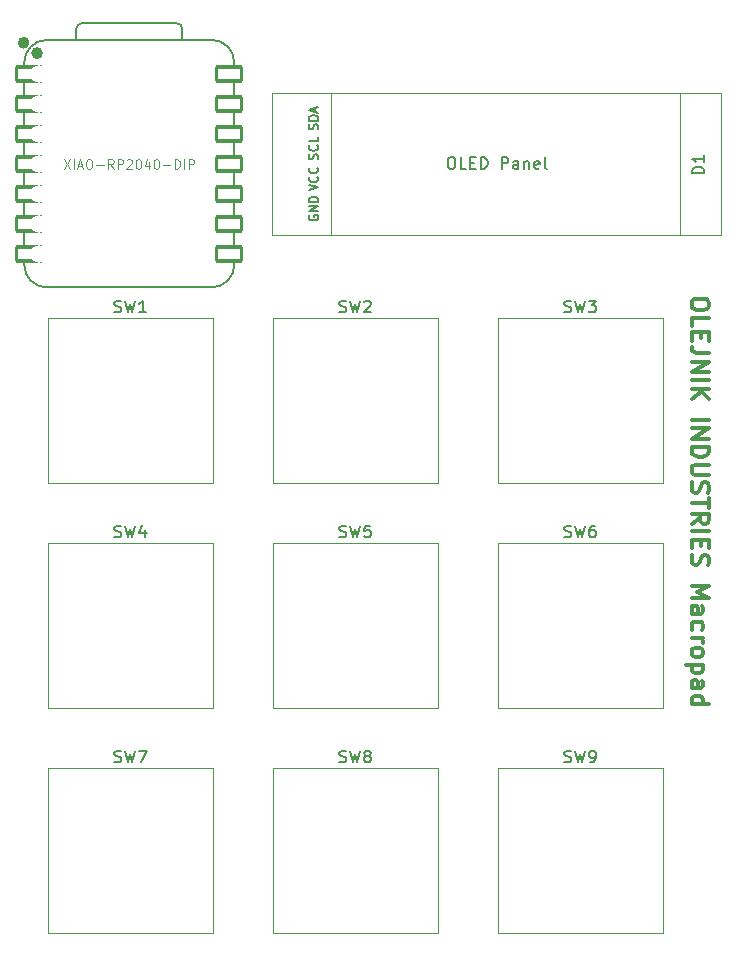
<source format=gto>
%TF.GenerationSoftware,KiCad,Pcbnew,9.0.6*%
%TF.CreationDate,2025-12-23T13:35:11+01:00*%
%TF.ProjectId,macropad,6d616372-6f70-4616-942e-6b696361645f,rev?*%
%TF.SameCoordinates,Original*%
%TF.FileFunction,Legend,Top*%
%TF.FilePolarity,Positive*%
%FSLAX46Y46*%
G04 Gerber Fmt 4.6, Leading zero omitted, Abs format (unit mm)*
G04 Created by KiCad (PCBNEW 9.0.6) date 2025-12-23 13:35:11*
%MOMM*%
%LPD*%
G01*
G04 APERTURE LIST*
G04 Aperture macros list*
%AMRoundRect*
0 Rectangle with rounded corners*
0 $1 Rounding radius*
0 $2 $3 $4 $5 $6 $7 $8 $9 X,Y pos of 4 corners*
0 Add a 4 corners polygon primitive as box body*
4,1,4,$2,$3,$4,$5,$6,$7,$8,$9,$2,$3,0*
0 Add four circle primitives for the rounded corners*
1,1,$1+$1,$2,$3*
1,1,$1+$1,$4,$5*
1,1,$1+$1,$6,$7*
1,1,$1+$1,$8,$9*
0 Add four rect primitives between the rounded corners*
20,1,$1+$1,$2,$3,$4,$5,0*
20,1,$1+$1,$4,$5,$6,$7,0*
20,1,$1+$1,$6,$7,$8,$9,0*
20,1,$1+$1,$8,$9,$2,$3,0*%
G04 Aperture macros list end*
%ADD10C,0.300000*%
%ADD11C,0.101600*%
%ADD12C,0.150000*%
%ADD13C,0.127000*%
%ADD14C,0.100000*%
%ADD15C,0.504000*%
%ADD16C,0.120000*%
%ADD17C,0.040000*%
%ADD18RoundRect,0.152400X1.063600X0.609600X-1.063600X0.609600X-1.063600X-0.609600X1.063600X-0.609600X0*%
%ADD19C,1.524000*%
%ADD20RoundRect,0.152400X-1.063600X-0.609600X1.063600X-0.609600X1.063600X0.609600X-1.063600X0.609600X0*%
%ADD21C,1.700000*%
%ADD22C,4.000000*%
%ADD23C,2.200000*%
%ADD24R,1.700000X1.700000*%
%ADD25O,1.700000X1.700000*%
G04 APERTURE END LIST*
D10*
X156485171Y-81842225D02*
X156485171Y-82127939D01*
X156485171Y-82127939D02*
X156413742Y-82270796D01*
X156413742Y-82270796D02*
X156270885Y-82413653D01*
X156270885Y-82413653D02*
X155985171Y-82485082D01*
X155985171Y-82485082D02*
X155485171Y-82485082D01*
X155485171Y-82485082D02*
X155199457Y-82413653D01*
X155199457Y-82413653D02*
X155056600Y-82270796D01*
X155056600Y-82270796D02*
X154985171Y-82127939D01*
X154985171Y-82127939D02*
X154985171Y-81842225D01*
X154985171Y-81842225D02*
X155056600Y-81699368D01*
X155056600Y-81699368D02*
X155199457Y-81556510D01*
X155199457Y-81556510D02*
X155485171Y-81485082D01*
X155485171Y-81485082D02*
X155985171Y-81485082D01*
X155985171Y-81485082D02*
X156270885Y-81556510D01*
X156270885Y-81556510D02*
X156413742Y-81699368D01*
X156413742Y-81699368D02*
X156485171Y-81842225D01*
X154985171Y-83842225D02*
X154985171Y-83127939D01*
X154985171Y-83127939D02*
X156485171Y-83127939D01*
X155770885Y-84342225D02*
X155770885Y-84842225D01*
X154985171Y-85056511D02*
X154985171Y-84342225D01*
X154985171Y-84342225D02*
X156485171Y-84342225D01*
X156485171Y-84342225D02*
X156485171Y-85056511D01*
X156485171Y-86127940D02*
X155413742Y-86127940D01*
X155413742Y-86127940D02*
X155199457Y-86056511D01*
X155199457Y-86056511D02*
X155056600Y-85913654D01*
X155056600Y-85913654D02*
X154985171Y-85699368D01*
X154985171Y-85699368D02*
X154985171Y-85556511D01*
X154985171Y-86842225D02*
X156485171Y-86842225D01*
X156485171Y-86842225D02*
X154985171Y-87699368D01*
X154985171Y-87699368D02*
X156485171Y-87699368D01*
X154985171Y-88413654D02*
X156485171Y-88413654D01*
X154985171Y-89127940D02*
X156485171Y-89127940D01*
X154985171Y-89985083D02*
X155842314Y-89342226D01*
X156485171Y-89985083D02*
X155628028Y-89127940D01*
X154985171Y-91770797D02*
X156485171Y-91770797D01*
X154985171Y-92485083D02*
X156485171Y-92485083D01*
X156485171Y-92485083D02*
X154985171Y-93342226D01*
X154985171Y-93342226D02*
X156485171Y-93342226D01*
X154985171Y-94056512D02*
X156485171Y-94056512D01*
X156485171Y-94056512D02*
X156485171Y-94413655D01*
X156485171Y-94413655D02*
X156413742Y-94627941D01*
X156413742Y-94627941D02*
X156270885Y-94770798D01*
X156270885Y-94770798D02*
X156128028Y-94842227D01*
X156128028Y-94842227D02*
X155842314Y-94913655D01*
X155842314Y-94913655D02*
X155628028Y-94913655D01*
X155628028Y-94913655D02*
X155342314Y-94842227D01*
X155342314Y-94842227D02*
X155199457Y-94770798D01*
X155199457Y-94770798D02*
X155056600Y-94627941D01*
X155056600Y-94627941D02*
X154985171Y-94413655D01*
X154985171Y-94413655D02*
X154985171Y-94056512D01*
X156485171Y-95556512D02*
X155270885Y-95556512D01*
X155270885Y-95556512D02*
X155128028Y-95627941D01*
X155128028Y-95627941D02*
X155056600Y-95699370D01*
X155056600Y-95699370D02*
X154985171Y-95842227D01*
X154985171Y-95842227D02*
X154985171Y-96127941D01*
X154985171Y-96127941D02*
X155056600Y-96270798D01*
X155056600Y-96270798D02*
X155128028Y-96342227D01*
X155128028Y-96342227D02*
X155270885Y-96413655D01*
X155270885Y-96413655D02*
X156485171Y-96413655D01*
X155056600Y-97056513D02*
X154985171Y-97270799D01*
X154985171Y-97270799D02*
X154985171Y-97627941D01*
X154985171Y-97627941D02*
X155056600Y-97770799D01*
X155056600Y-97770799D02*
X155128028Y-97842227D01*
X155128028Y-97842227D02*
X155270885Y-97913656D01*
X155270885Y-97913656D02*
X155413742Y-97913656D01*
X155413742Y-97913656D02*
X155556600Y-97842227D01*
X155556600Y-97842227D02*
X155628028Y-97770799D01*
X155628028Y-97770799D02*
X155699457Y-97627941D01*
X155699457Y-97627941D02*
X155770885Y-97342227D01*
X155770885Y-97342227D02*
X155842314Y-97199370D01*
X155842314Y-97199370D02*
X155913742Y-97127941D01*
X155913742Y-97127941D02*
X156056600Y-97056513D01*
X156056600Y-97056513D02*
X156199457Y-97056513D01*
X156199457Y-97056513D02*
X156342314Y-97127941D01*
X156342314Y-97127941D02*
X156413742Y-97199370D01*
X156413742Y-97199370D02*
X156485171Y-97342227D01*
X156485171Y-97342227D02*
X156485171Y-97699370D01*
X156485171Y-97699370D02*
X156413742Y-97913656D01*
X156485171Y-98342227D02*
X156485171Y-99199370D01*
X154985171Y-98770798D02*
X156485171Y-98770798D01*
X154985171Y-100556512D02*
X155699457Y-100056512D01*
X154985171Y-99699369D02*
X156485171Y-99699369D01*
X156485171Y-99699369D02*
X156485171Y-100270798D01*
X156485171Y-100270798D02*
X156413742Y-100413655D01*
X156413742Y-100413655D02*
X156342314Y-100485084D01*
X156342314Y-100485084D02*
X156199457Y-100556512D01*
X156199457Y-100556512D02*
X155985171Y-100556512D01*
X155985171Y-100556512D02*
X155842314Y-100485084D01*
X155842314Y-100485084D02*
X155770885Y-100413655D01*
X155770885Y-100413655D02*
X155699457Y-100270798D01*
X155699457Y-100270798D02*
X155699457Y-99699369D01*
X154985171Y-101199369D02*
X156485171Y-101199369D01*
X155770885Y-101913655D02*
X155770885Y-102413655D01*
X154985171Y-102627941D02*
X154985171Y-101913655D01*
X154985171Y-101913655D02*
X156485171Y-101913655D01*
X156485171Y-101913655D02*
X156485171Y-102627941D01*
X155056600Y-103199370D02*
X154985171Y-103413656D01*
X154985171Y-103413656D02*
X154985171Y-103770798D01*
X154985171Y-103770798D02*
X155056600Y-103913656D01*
X155056600Y-103913656D02*
X155128028Y-103985084D01*
X155128028Y-103985084D02*
X155270885Y-104056513D01*
X155270885Y-104056513D02*
X155413742Y-104056513D01*
X155413742Y-104056513D02*
X155556600Y-103985084D01*
X155556600Y-103985084D02*
X155628028Y-103913656D01*
X155628028Y-103913656D02*
X155699457Y-103770798D01*
X155699457Y-103770798D02*
X155770885Y-103485084D01*
X155770885Y-103485084D02*
X155842314Y-103342227D01*
X155842314Y-103342227D02*
X155913742Y-103270798D01*
X155913742Y-103270798D02*
X156056600Y-103199370D01*
X156056600Y-103199370D02*
X156199457Y-103199370D01*
X156199457Y-103199370D02*
X156342314Y-103270798D01*
X156342314Y-103270798D02*
X156413742Y-103342227D01*
X156413742Y-103342227D02*
X156485171Y-103485084D01*
X156485171Y-103485084D02*
X156485171Y-103842227D01*
X156485171Y-103842227D02*
X156413742Y-104056513D01*
X154985171Y-105842226D02*
X156485171Y-105842226D01*
X156485171Y-105842226D02*
X155413742Y-106342226D01*
X155413742Y-106342226D02*
X156485171Y-106842226D01*
X156485171Y-106842226D02*
X154985171Y-106842226D01*
X154985171Y-108199370D02*
X155770885Y-108199370D01*
X155770885Y-108199370D02*
X155913742Y-108127941D01*
X155913742Y-108127941D02*
X155985171Y-107985084D01*
X155985171Y-107985084D02*
X155985171Y-107699370D01*
X155985171Y-107699370D02*
X155913742Y-107556512D01*
X155056600Y-108199370D02*
X154985171Y-108056512D01*
X154985171Y-108056512D02*
X154985171Y-107699370D01*
X154985171Y-107699370D02*
X155056600Y-107556512D01*
X155056600Y-107556512D02*
X155199457Y-107485084D01*
X155199457Y-107485084D02*
X155342314Y-107485084D01*
X155342314Y-107485084D02*
X155485171Y-107556512D01*
X155485171Y-107556512D02*
X155556600Y-107699370D01*
X155556600Y-107699370D02*
X155556600Y-108056512D01*
X155556600Y-108056512D02*
X155628028Y-108199370D01*
X155056600Y-109556513D02*
X154985171Y-109413655D01*
X154985171Y-109413655D02*
X154985171Y-109127941D01*
X154985171Y-109127941D02*
X155056600Y-108985084D01*
X155056600Y-108985084D02*
X155128028Y-108913655D01*
X155128028Y-108913655D02*
X155270885Y-108842227D01*
X155270885Y-108842227D02*
X155699457Y-108842227D01*
X155699457Y-108842227D02*
X155842314Y-108913655D01*
X155842314Y-108913655D02*
X155913742Y-108985084D01*
X155913742Y-108985084D02*
X155985171Y-109127941D01*
X155985171Y-109127941D02*
X155985171Y-109413655D01*
X155985171Y-109413655D02*
X155913742Y-109556513D01*
X154985171Y-110199369D02*
X155985171Y-110199369D01*
X155699457Y-110199369D02*
X155842314Y-110270798D01*
X155842314Y-110270798D02*
X155913742Y-110342227D01*
X155913742Y-110342227D02*
X155985171Y-110485084D01*
X155985171Y-110485084D02*
X155985171Y-110627941D01*
X154985171Y-111342226D02*
X155056600Y-111199369D01*
X155056600Y-111199369D02*
X155128028Y-111127940D01*
X155128028Y-111127940D02*
X155270885Y-111056512D01*
X155270885Y-111056512D02*
X155699457Y-111056512D01*
X155699457Y-111056512D02*
X155842314Y-111127940D01*
X155842314Y-111127940D02*
X155913742Y-111199369D01*
X155913742Y-111199369D02*
X155985171Y-111342226D01*
X155985171Y-111342226D02*
X155985171Y-111556512D01*
X155985171Y-111556512D02*
X155913742Y-111699369D01*
X155913742Y-111699369D02*
X155842314Y-111770798D01*
X155842314Y-111770798D02*
X155699457Y-111842226D01*
X155699457Y-111842226D02*
X155270885Y-111842226D01*
X155270885Y-111842226D02*
X155128028Y-111770798D01*
X155128028Y-111770798D02*
X155056600Y-111699369D01*
X155056600Y-111699369D02*
X154985171Y-111556512D01*
X154985171Y-111556512D02*
X154985171Y-111342226D01*
X155985171Y-112485083D02*
X154485171Y-112485083D01*
X155913742Y-112485083D02*
X155985171Y-112627941D01*
X155985171Y-112627941D02*
X155985171Y-112913655D01*
X155985171Y-112913655D02*
X155913742Y-113056512D01*
X155913742Y-113056512D02*
X155842314Y-113127941D01*
X155842314Y-113127941D02*
X155699457Y-113199369D01*
X155699457Y-113199369D02*
X155270885Y-113199369D01*
X155270885Y-113199369D02*
X155128028Y-113127941D01*
X155128028Y-113127941D02*
X155056600Y-113056512D01*
X155056600Y-113056512D02*
X154985171Y-112913655D01*
X154985171Y-112913655D02*
X154985171Y-112627941D01*
X154985171Y-112627941D02*
X155056600Y-112485083D01*
X154985171Y-114485084D02*
X155770885Y-114485084D01*
X155770885Y-114485084D02*
X155913742Y-114413655D01*
X155913742Y-114413655D02*
X155985171Y-114270798D01*
X155985171Y-114270798D02*
X155985171Y-113985084D01*
X155985171Y-113985084D02*
X155913742Y-113842226D01*
X155056600Y-114485084D02*
X154985171Y-114342226D01*
X154985171Y-114342226D02*
X154985171Y-113985084D01*
X154985171Y-113985084D02*
X155056600Y-113842226D01*
X155056600Y-113842226D02*
X155199457Y-113770798D01*
X155199457Y-113770798D02*
X155342314Y-113770798D01*
X155342314Y-113770798D02*
X155485171Y-113842226D01*
X155485171Y-113842226D02*
X155556600Y-113985084D01*
X155556600Y-113985084D02*
X155556600Y-114342226D01*
X155556600Y-114342226D02*
X155628028Y-114485084D01*
X154985171Y-115842227D02*
X156485171Y-115842227D01*
X155056600Y-115842227D02*
X154985171Y-115699369D01*
X154985171Y-115699369D02*
X154985171Y-115413655D01*
X154985171Y-115413655D02*
X155056600Y-115270798D01*
X155056600Y-115270798D02*
X155128028Y-115199369D01*
X155128028Y-115199369D02*
X155270885Y-115127941D01*
X155270885Y-115127941D02*
X155699457Y-115127941D01*
X155699457Y-115127941D02*
X155842314Y-115199369D01*
X155842314Y-115199369D02*
X155913742Y-115270798D01*
X155913742Y-115270798D02*
X155985171Y-115413655D01*
X155985171Y-115413655D02*
X155985171Y-115699369D01*
X155985171Y-115699369D02*
X155913742Y-115842227D01*
D11*
X101856190Y-69694811D02*
X102389524Y-70494811D01*
X102389524Y-69694811D02*
X101856190Y-70494811D01*
X102694286Y-70494811D02*
X102694286Y-69694811D01*
X103037142Y-70266239D02*
X103418095Y-70266239D01*
X102960952Y-70494811D02*
X103227619Y-69694811D01*
X103227619Y-69694811D02*
X103494285Y-70494811D01*
X103913333Y-69694811D02*
X104065714Y-69694811D01*
X104065714Y-69694811D02*
X104141904Y-69732906D01*
X104141904Y-69732906D02*
X104218095Y-69809096D01*
X104218095Y-69809096D02*
X104256190Y-69961477D01*
X104256190Y-69961477D02*
X104256190Y-70228144D01*
X104256190Y-70228144D02*
X104218095Y-70380525D01*
X104218095Y-70380525D02*
X104141904Y-70456716D01*
X104141904Y-70456716D02*
X104065714Y-70494811D01*
X104065714Y-70494811D02*
X103913333Y-70494811D01*
X103913333Y-70494811D02*
X103837142Y-70456716D01*
X103837142Y-70456716D02*
X103760952Y-70380525D01*
X103760952Y-70380525D02*
X103722856Y-70228144D01*
X103722856Y-70228144D02*
X103722856Y-69961477D01*
X103722856Y-69961477D02*
X103760952Y-69809096D01*
X103760952Y-69809096D02*
X103837142Y-69732906D01*
X103837142Y-69732906D02*
X103913333Y-69694811D01*
X104599047Y-70190049D02*
X105208571Y-70190049D01*
X106046666Y-70494811D02*
X105779999Y-70113858D01*
X105589523Y-70494811D02*
X105589523Y-69694811D01*
X105589523Y-69694811D02*
X105894285Y-69694811D01*
X105894285Y-69694811D02*
X105970475Y-69732906D01*
X105970475Y-69732906D02*
X106008570Y-69771001D01*
X106008570Y-69771001D02*
X106046666Y-69847192D01*
X106046666Y-69847192D02*
X106046666Y-69961477D01*
X106046666Y-69961477D02*
X106008570Y-70037668D01*
X106008570Y-70037668D02*
X105970475Y-70075763D01*
X105970475Y-70075763D02*
X105894285Y-70113858D01*
X105894285Y-70113858D02*
X105589523Y-70113858D01*
X106389523Y-70494811D02*
X106389523Y-69694811D01*
X106389523Y-69694811D02*
X106694285Y-69694811D01*
X106694285Y-69694811D02*
X106770475Y-69732906D01*
X106770475Y-69732906D02*
X106808570Y-69771001D01*
X106808570Y-69771001D02*
X106846666Y-69847192D01*
X106846666Y-69847192D02*
X106846666Y-69961477D01*
X106846666Y-69961477D02*
X106808570Y-70037668D01*
X106808570Y-70037668D02*
X106770475Y-70075763D01*
X106770475Y-70075763D02*
X106694285Y-70113858D01*
X106694285Y-70113858D02*
X106389523Y-70113858D01*
X107151427Y-69771001D02*
X107189523Y-69732906D01*
X107189523Y-69732906D02*
X107265713Y-69694811D01*
X107265713Y-69694811D02*
X107456189Y-69694811D01*
X107456189Y-69694811D02*
X107532380Y-69732906D01*
X107532380Y-69732906D02*
X107570475Y-69771001D01*
X107570475Y-69771001D02*
X107608570Y-69847192D01*
X107608570Y-69847192D02*
X107608570Y-69923382D01*
X107608570Y-69923382D02*
X107570475Y-70037668D01*
X107570475Y-70037668D02*
X107113332Y-70494811D01*
X107113332Y-70494811D02*
X107608570Y-70494811D01*
X108103809Y-69694811D02*
X108179999Y-69694811D01*
X108179999Y-69694811D02*
X108256190Y-69732906D01*
X108256190Y-69732906D02*
X108294285Y-69771001D01*
X108294285Y-69771001D02*
X108332380Y-69847192D01*
X108332380Y-69847192D02*
X108370475Y-69999573D01*
X108370475Y-69999573D02*
X108370475Y-70190049D01*
X108370475Y-70190049D02*
X108332380Y-70342430D01*
X108332380Y-70342430D02*
X108294285Y-70418620D01*
X108294285Y-70418620D02*
X108256190Y-70456716D01*
X108256190Y-70456716D02*
X108179999Y-70494811D01*
X108179999Y-70494811D02*
X108103809Y-70494811D01*
X108103809Y-70494811D02*
X108027618Y-70456716D01*
X108027618Y-70456716D02*
X107989523Y-70418620D01*
X107989523Y-70418620D02*
X107951428Y-70342430D01*
X107951428Y-70342430D02*
X107913332Y-70190049D01*
X107913332Y-70190049D02*
X107913332Y-69999573D01*
X107913332Y-69999573D02*
X107951428Y-69847192D01*
X107951428Y-69847192D02*
X107989523Y-69771001D01*
X107989523Y-69771001D02*
X108027618Y-69732906D01*
X108027618Y-69732906D02*
X108103809Y-69694811D01*
X109056190Y-69961477D02*
X109056190Y-70494811D01*
X108865714Y-69656716D02*
X108675237Y-70228144D01*
X108675237Y-70228144D02*
X109170476Y-70228144D01*
X109627619Y-69694811D02*
X109703809Y-69694811D01*
X109703809Y-69694811D02*
X109780000Y-69732906D01*
X109780000Y-69732906D02*
X109818095Y-69771001D01*
X109818095Y-69771001D02*
X109856190Y-69847192D01*
X109856190Y-69847192D02*
X109894285Y-69999573D01*
X109894285Y-69999573D02*
X109894285Y-70190049D01*
X109894285Y-70190049D02*
X109856190Y-70342430D01*
X109856190Y-70342430D02*
X109818095Y-70418620D01*
X109818095Y-70418620D02*
X109780000Y-70456716D01*
X109780000Y-70456716D02*
X109703809Y-70494811D01*
X109703809Y-70494811D02*
X109627619Y-70494811D01*
X109627619Y-70494811D02*
X109551428Y-70456716D01*
X109551428Y-70456716D02*
X109513333Y-70418620D01*
X109513333Y-70418620D02*
X109475238Y-70342430D01*
X109475238Y-70342430D02*
X109437142Y-70190049D01*
X109437142Y-70190049D02*
X109437142Y-69999573D01*
X109437142Y-69999573D02*
X109475238Y-69847192D01*
X109475238Y-69847192D02*
X109513333Y-69771001D01*
X109513333Y-69771001D02*
X109551428Y-69732906D01*
X109551428Y-69732906D02*
X109627619Y-69694811D01*
X110237143Y-70190049D02*
X110846667Y-70190049D01*
X111227619Y-70494811D02*
X111227619Y-69694811D01*
X111227619Y-69694811D02*
X111418095Y-69694811D01*
X111418095Y-69694811D02*
X111532381Y-69732906D01*
X111532381Y-69732906D02*
X111608571Y-69809096D01*
X111608571Y-69809096D02*
X111646666Y-69885287D01*
X111646666Y-69885287D02*
X111684762Y-70037668D01*
X111684762Y-70037668D02*
X111684762Y-70151954D01*
X111684762Y-70151954D02*
X111646666Y-70304335D01*
X111646666Y-70304335D02*
X111608571Y-70380525D01*
X111608571Y-70380525D02*
X111532381Y-70456716D01*
X111532381Y-70456716D02*
X111418095Y-70494811D01*
X111418095Y-70494811D02*
X111227619Y-70494811D01*
X112027619Y-70494811D02*
X112027619Y-69694811D01*
X112408571Y-70494811D02*
X112408571Y-69694811D01*
X112408571Y-69694811D02*
X112713333Y-69694811D01*
X112713333Y-69694811D02*
X112789523Y-69732906D01*
X112789523Y-69732906D02*
X112827618Y-69771001D01*
X112827618Y-69771001D02*
X112865714Y-69847192D01*
X112865714Y-69847192D02*
X112865714Y-69961477D01*
X112865714Y-69961477D02*
X112827618Y-70037668D01*
X112827618Y-70037668D02*
X112789523Y-70075763D01*
X112789523Y-70075763D02*
X112713333Y-70113858D01*
X112713333Y-70113858D02*
X112408571Y-70113858D01*
D12*
X106126667Y-101663200D02*
X106269524Y-101710819D01*
X106269524Y-101710819D02*
X106507619Y-101710819D01*
X106507619Y-101710819D02*
X106602857Y-101663200D01*
X106602857Y-101663200D02*
X106650476Y-101615580D01*
X106650476Y-101615580D02*
X106698095Y-101520342D01*
X106698095Y-101520342D02*
X106698095Y-101425104D01*
X106698095Y-101425104D02*
X106650476Y-101329866D01*
X106650476Y-101329866D02*
X106602857Y-101282247D01*
X106602857Y-101282247D02*
X106507619Y-101234628D01*
X106507619Y-101234628D02*
X106317143Y-101187009D01*
X106317143Y-101187009D02*
X106221905Y-101139390D01*
X106221905Y-101139390D02*
X106174286Y-101091771D01*
X106174286Y-101091771D02*
X106126667Y-100996533D01*
X106126667Y-100996533D02*
X106126667Y-100901295D01*
X106126667Y-100901295D02*
X106174286Y-100806057D01*
X106174286Y-100806057D02*
X106221905Y-100758438D01*
X106221905Y-100758438D02*
X106317143Y-100710819D01*
X106317143Y-100710819D02*
X106555238Y-100710819D01*
X106555238Y-100710819D02*
X106698095Y-100758438D01*
X107031429Y-100710819D02*
X107269524Y-101710819D01*
X107269524Y-101710819D02*
X107460000Y-100996533D01*
X107460000Y-100996533D02*
X107650476Y-101710819D01*
X107650476Y-101710819D02*
X107888572Y-100710819D01*
X108698095Y-101044152D02*
X108698095Y-101710819D01*
X108460000Y-100663200D02*
X108221905Y-101377485D01*
X108221905Y-101377485D02*
X108840952Y-101377485D01*
X125176667Y-101663200D02*
X125319524Y-101710819D01*
X125319524Y-101710819D02*
X125557619Y-101710819D01*
X125557619Y-101710819D02*
X125652857Y-101663200D01*
X125652857Y-101663200D02*
X125700476Y-101615580D01*
X125700476Y-101615580D02*
X125748095Y-101520342D01*
X125748095Y-101520342D02*
X125748095Y-101425104D01*
X125748095Y-101425104D02*
X125700476Y-101329866D01*
X125700476Y-101329866D02*
X125652857Y-101282247D01*
X125652857Y-101282247D02*
X125557619Y-101234628D01*
X125557619Y-101234628D02*
X125367143Y-101187009D01*
X125367143Y-101187009D02*
X125271905Y-101139390D01*
X125271905Y-101139390D02*
X125224286Y-101091771D01*
X125224286Y-101091771D02*
X125176667Y-100996533D01*
X125176667Y-100996533D02*
X125176667Y-100901295D01*
X125176667Y-100901295D02*
X125224286Y-100806057D01*
X125224286Y-100806057D02*
X125271905Y-100758438D01*
X125271905Y-100758438D02*
X125367143Y-100710819D01*
X125367143Y-100710819D02*
X125605238Y-100710819D01*
X125605238Y-100710819D02*
X125748095Y-100758438D01*
X126081429Y-100710819D02*
X126319524Y-101710819D01*
X126319524Y-101710819D02*
X126510000Y-100996533D01*
X126510000Y-100996533D02*
X126700476Y-101710819D01*
X126700476Y-101710819D02*
X126938572Y-100710819D01*
X127795714Y-100710819D02*
X127319524Y-100710819D01*
X127319524Y-100710819D02*
X127271905Y-101187009D01*
X127271905Y-101187009D02*
X127319524Y-101139390D01*
X127319524Y-101139390D02*
X127414762Y-101091771D01*
X127414762Y-101091771D02*
X127652857Y-101091771D01*
X127652857Y-101091771D02*
X127748095Y-101139390D01*
X127748095Y-101139390D02*
X127795714Y-101187009D01*
X127795714Y-101187009D02*
X127843333Y-101282247D01*
X127843333Y-101282247D02*
X127843333Y-101520342D01*
X127843333Y-101520342D02*
X127795714Y-101615580D01*
X127795714Y-101615580D02*
X127748095Y-101663200D01*
X127748095Y-101663200D02*
X127652857Y-101710819D01*
X127652857Y-101710819D02*
X127414762Y-101710819D01*
X127414762Y-101710819D02*
X127319524Y-101663200D01*
X127319524Y-101663200D02*
X127271905Y-101615580D01*
X125176667Y-82613200D02*
X125319524Y-82660819D01*
X125319524Y-82660819D02*
X125557619Y-82660819D01*
X125557619Y-82660819D02*
X125652857Y-82613200D01*
X125652857Y-82613200D02*
X125700476Y-82565580D01*
X125700476Y-82565580D02*
X125748095Y-82470342D01*
X125748095Y-82470342D02*
X125748095Y-82375104D01*
X125748095Y-82375104D02*
X125700476Y-82279866D01*
X125700476Y-82279866D02*
X125652857Y-82232247D01*
X125652857Y-82232247D02*
X125557619Y-82184628D01*
X125557619Y-82184628D02*
X125367143Y-82137009D01*
X125367143Y-82137009D02*
X125271905Y-82089390D01*
X125271905Y-82089390D02*
X125224286Y-82041771D01*
X125224286Y-82041771D02*
X125176667Y-81946533D01*
X125176667Y-81946533D02*
X125176667Y-81851295D01*
X125176667Y-81851295D02*
X125224286Y-81756057D01*
X125224286Y-81756057D02*
X125271905Y-81708438D01*
X125271905Y-81708438D02*
X125367143Y-81660819D01*
X125367143Y-81660819D02*
X125605238Y-81660819D01*
X125605238Y-81660819D02*
X125748095Y-81708438D01*
X126081429Y-81660819D02*
X126319524Y-82660819D01*
X126319524Y-82660819D02*
X126510000Y-81946533D01*
X126510000Y-81946533D02*
X126700476Y-82660819D01*
X126700476Y-82660819D02*
X126938572Y-81660819D01*
X127271905Y-81756057D02*
X127319524Y-81708438D01*
X127319524Y-81708438D02*
X127414762Y-81660819D01*
X127414762Y-81660819D02*
X127652857Y-81660819D01*
X127652857Y-81660819D02*
X127748095Y-81708438D01*
X127748095Y-81708438D02*
X127795714Y-81756057D01*
X127795714Y-81756057D02*
X127843333Y-81851295D01*
X127843333Y-81851295D02*
X127843333Y-81946533D01*
X127843333Y-81946533D02*
X127795714Y-82089390D01*
X127795714Y-82089390D02*
X127224286Y-82660819D01*
X127224286Y-82660819D02*
X127843333Y-82660819D01*
X106126667Y-82613200D02*
X106269524Y-82660819D01*
X106269524Y-82660819D02*
X106507619Y-82660819D01*
X106507619Y-82660819D02*
X106602857Y-82613200D01*
X106602857Y-82613200D02*
X106650476Y-82565580D01*
X106650476Y-82565580D02*
X106698095Y-82470342D01*
X106698095Y-82470342D02*
X106698095Y-82375104D01*
X106698095Y-82375104D02*
X106650476Y-82279866D01*
X106650476Y-82279866D02*
X106602857Y-82232247D01*
X106602857Y-82232247D02*
X106507619Y-82184628D01*
X106507619Y-82184628D02*
X106317143Y-82137009D01*
X106317143Y-82137009D02*
X106221905Y-82089390D01*
X106221905Y-82089390D02*
X106174286Y-82041771D01*
X106174286Y-82041771D02*
X106126667Y-81946533D01*
X106126667Y-81946533D02*
X106126667Y-81851295D01*
X106126667Y-81851295D02*
X106174286Y-81756057D01*
X106174286Y-81756057D02*
X106221905Y-81708438D01*
X106221905Y-81708438D02*
X106317143Y-81660819D01*
X106317143Y-81660819D02*
X106555238Y-81660819D01*
X106555238Y-81660819D02*
X106698095Y-81708438D01*
X107031429Y-81660819D02*
X107269524Y-82660819D01*
X107269524Y-82660819D02*
X107460000Y-81946533D01*
X107460000Y-81946533D02*
X107650476Y-82660819D01*
X107650476Y-82660819D02*
X107888572Y-81660819D01*
X108793333Y-82660819D02*
X108221905Y-82660819D01*
X108507619Y-82660819D02*
X108507619Y-81660819D01*
X108507619Y-81660819D02*
X108412381Y-81803676D01*
X108412381Y-81803676D02*
X108317143Y-81898914D01*
X108317143Y-81898914D02*
X108221905Y-81946533D01*
X144226667Y-82613200D02*
X144369524Y-82660819D01*
X144369524Y-82660819D02*
X144607619Y-82660819D01*
X144607619Y-82660819D02*
X144702857Y-82613200D01*
X144702857Y-82613200D02*
X144750476Y-82565580D01*
X144750476Y-82565580D02*
X144798095Y-82470342D01*
X144798095Y-82470342D02*
X144798095Y-82375104D01*
X144798095Y-82375104D02*
X144750476Y-82279866D01*
X144750476Y-82279866D02*
X144702857Y-82232247D01*
X144702857Y-82232247D02*
X144607619Y-82184628D01*
X144607619Y-82184628D02*
X144417143Y-82137009D01*
X144417143Y-82137009D02*
X144321905Y-82089390D01*
X144321905Y-82089390D02*
X144274286Y-82041771D01*
X144274286Y-82041771D02*
X144226667Y-81946533D01*
X144226667Y-81946533D02*
X144226667Y-81851295D01*
X144226667Y-81851295D02*
X144274286Y-81756057D01*
X144274286Y-81756057D02*
X144321905Y-81708438D01*
X144321905Y-81708438D02*
X144417143Y-81660819D01*
X144417143Y-81660819D02*
X144655238Y-81660819D01*
X144655238Y-81660819D02*
X144798095Y-81708438D01*
X145131429Y-81660819D02*
X145369524Y-82660819D01*
X145369524Y-82660819D02*
X145560000Y-81946533D01*
X145560000Y-81946533D02*
X145750476Y-82660819D01*
X145750476Y-82660819D02*
X145988572Y-81660819D01*
X146274286Y-81660819D02*
X146893333Y-81660819D01*
X146893333Y-81660819D02*
X146560000Y-82041771D01*
X146560000Y-82041771D02*
X146702857Y-82041771D01*
X146702857Y-82041771D02*
X146798095Y-82089390D01*
X146798095Y-82089390D02*
X146845714Y-82137009D01*
X146845714Y-82137009D02*
X146893333Y-82232247D01*
X146893333Y-82232247D02*
X146893333Y-82470342D01*
X146893333Y-82470342D02*
X146845714Y-82565580D01*
X146845714Y-82565580D02*
X146798095Y-82613200D01*
X146798095Y-82613200D02*
X146702857Y-82660819D01*
X146702857Y-82660819D02*
X146417143Y-82660819D01*
X146417143Y-82660819D02*
X146321905Y-82613200D01*
X146321905Y-82613200D02*
X146274286Y-82565580D01*
X106126667Y-120713200D02*
X106269524Y-120760819D01*
X106269524Y-120760819D02*
X106507619Y-120760819D01*
X106507619Y-120760819D02*
X106602857Y-120713200D01*
X106602857Y-120713200D02*
X106650476Y-120665580D01*
X106650476Y-120665580D02*
X106698095Y-120570342D01*
X106698095Y-120570342D02*
X106698095Y-120475104D01*
X106698095Y-120475104D02*
X106650476Y-120379866D01*
X106650476Y-120379866D02*
X106602857Y-120332247D01*
X106602857Y-120332247D02*
X106507619Y-120284628D01*
X106507619Y-120284628D02*
X106317143Y-120237009D01*
X106317143Y-120237009D02*
X106221905Y-120189390D01*
X106221905Y-120189390D02*
X106174286Y-120141771D01*
X106174286Y-120141771D02*
X106126667Y-120046533D01*
X106126667Y-120046533D02*
X106126667Y-119951295D01*
X106126667Y-119951295D02*
X106174286Y-119856057D01*
X106174286Y-119856057D02*
X106221905Y-119808438D01*
X106221905Y-119808438D02*
X106317143Y-119760819D01*
X106317143Y-119760819D02*
X106555238Y-119760819D01*
X106555238Y-119760819D02*
X106698095Y-119808438D01*
X107031429Y-119760819D02*
X107269524Y-120760819D01*
X107269524Y-120760819D02*
X107460000Y-120046533D01*
X107460000Y-120046533D02*
X107650476Y-120760819D01*
X107650476Y-120760819D02*
X107888572Y-119760819D01*
X108174286Y-119760819D02*
X108840952Y-119760819D01*
X108840952Y-119760819D02*
X108412381Y-120760819D01*
X144226667Y-101663200D02*
X144369524Y-101710819D01*
X144369524Y-101710819D02*
X144607619Y-101710819D01*
X144607619Y-101710819D02*
X144702857Y-101663200D01*
X144702857Y-101663200D02*
X144750476Y-101615580D01*
X144750476Y-101615580D02*
X144798095Y-101520342D01*
X144798095Y-101520342D02*
X144798095Y-101425104D01*
X144798095Y-101425104D02*
X144750476Y-101329866D01*
X144750476Y-101329866D02*
X144702857Y-101282247D01*
X144702857Y-101282247D02*
X144607619Y-101234628D01*
X144607619Y-101234628D02*
X144417143Y-101187009D01*
X144417143Y-101187009D02*
X144321905Y-101139390D01*
X144321905Y-101139390D02*
X144274286Y-101091771D01*
X144274286Y-101091771D02*
X144226667Y-100996533D01*
X144226667Y-100996533D02*
X144226667Y-100901295D01*
X144226667Y-100901295D02*
X144274286Y-100806057D01*
X144274286Y-100806057D02*
X144321905Y-100758438D01*
X144321905Y-100758438D02*
X144417143Y-100710819D01*
X144417143Y-100710819D02*
X144655238Y-100710819D01*
X144655238Y-100710819D02*
X144798095Y-100758438D01*
X145131429Y-100710819D02*
X145369524Y-101710819D01*
X145369524Y-101710819D02*
X145560000Y-100996533D01*
X145560000Y-100996533D02*
X145750476Y-101710819D01*
X145750476Y-101710819D02*
X145988572Y-100710819D01*
X146798095Y-100710819D02*
X146607619Y-100710819D01*
X146607619Y-100710819D02*
X146512381Y-100758438D01*
X146512381Y-100758438D02*
X146464762Y-100806057D01*
X146464762Y-100806057D02*
X146369524Y-100948914D01*
X146369524Y-100948914D02*
X146321905Y-101139390D01*
X146321905Y-101139390D02*
X146321905Y-101520342D01*
X146321905Y-101520342D02*
X146369524Y-101615580D01*
X146369524Y-101615580D02*
X146417143Y-101663200D01*
X146417143Y-101663200D02*
X146512381Y-101710819D01*
X146512381Y-101710819D02*
X146702857Y-101710819D01*
X146702857Y-101710819D02*
X146798095Y-101663200D01*
X146798095Y-101663200D02*
X146845714Y-101615580D01*
X146845714Y-101615580D02*
X146893333Y-101520342D01*
X146893333Y-101520342D02*
X146893333Y-101282247D01*
X146893333Y-101282247D02*
X146845714Y-101187009D01*
X146845714Y-101187009D02*
X146798095Y-101139390D01*
X146798095Y-101139390D02*
X146702857Y-101091771D01*
X146702857Y-101091771D02*
X146512381Y-101091771D01*
X146512381Y-101091771D02*
X146417143Y-101139390D01*
X146417143Y-101139390D02*
X146369524Y-101187009D01*
X146369524Y-101187009D02*
X146321905Y-101282247D01*
X125176667Y-120713200D02*
X125319524Y-120760819D01*
X125319524Y-120760819D02*
X125557619Y-120760819D01*
X125557619Y-120760819D02*
X125652857Y-120713200D01*
X125652857Y-120713200D02*
X125700476Y-120665580D01*
X125700476Y-120665580D02*
X125748095Y-120570342D01*
X125748095Y-120570342D02*
X125748095Y-120475104D01*
X125748095Y-120475104D02*
X125700476Y-120379866D01*
X125700476Y-120379866D02*
X125652857Y-120332247D01*
X125652857Y-120332247D02*
X125557619Y-120284628D01*
X125557619Y-120284628D02*
X125367143Y-120237009D01*
X125367143Y-120237009D02*
X125271905Y-120189390D01*
X125271905Y-120189390D02*
X125224286Y-120141771D01*
X125224286Y-120141771D02*
X125176667Y-120046533D01*
X125176667Y-120046533D02*
X125176667Y-119951295D01*
X125176667Y-119951295D02*
X125224286Y-119856057D01*
X125224286Y-119856057D02*
X125271905Y-119808438D01*
X125271905Y-119808438D02*
X125367143Y-119760819D01*
X125367143Y-119760819D02*
X125605238Y-119760819D01*
X125605238Y-119760819D02*
X125748095Y-119808438D01*
X126081429Y-119760819D02*
X126319524Y-120760819D01*
X126319524Y-120760819D02*
X126510000Y-120046533D01*
X126510000Y-120046533D02*
X126700476Y-120760819D01*
X126700476Y-120760819D02*
X126938572Y-119760819D01*
X127462381Y-120189390D02*
X127367143Y-120141771D01*
X127367143Y-120141771D02*
X127319524Y-120094152D01*
X127319524Y-120094152D02*
X127271905Y-119998914D01*
X127271905Y-119998914D02*
X127271905Y-119951295D01*
X127271905Y-119951295D02*
X127319524Y-119856057D01*
X127319524Y-119856057D02*
X127367143Y-119808438D01*
X127367143Y-119808438D02*
X127462381Y-119760819D01*
X127462381Y-119760819D02*
X127652857Y-119760819D01*
X127652857Y-119760819D02*
X127748095Y-119808438D01*
X127748095Y-119808438D02*
X127795714Y-119856057D01*
X127795714Y-119856057D02*
X127843333Y-119951295D01*
X127843333Y-119951295D02*
X127843333Y-119998914D01*
X127843333Y-119998914D02*
X127795714Y-120094152D01*
X127795714Y-120094152D02*
X127748095Y-120141771D01*
X127748095Y-120141771D02*
X127652857Y-120189390D01*
X127652857Y-120189390D02*
X127462381Y-120189390D01*
X127462381Y-120189390D02*
X127367143Y-120237009D01*
X127367143Y-120237009D02*
X127319524Y-120284628D01*
X127319524Y-120284628D02*
X127271905Y-120379866D01*
X127271905Y-120379866D02*
X127271905Y-120570342D01*
X127271905Y-120570342D02*
X127319524Y-120665580D01*
X127319524Y-120665580D02*
X127367143Y-120713200D01*
X127367143Y-120713200D02*
X127462381Y-120760819D01*
X127462381Y-120760819D02*
X127652857Y-120760819D01*
X127652857Y-120760819D02*
X127748095Y-120713200D01*
X127748095Y-120713200D02*
X127795714Y-120665580D01*
X127795714Y-120665580D02*
X127843333Y-120570342D01*
X127843333Y-120570342D02*
X127843333Y-120379866D01*
X127843333Y-120379866D02*
X127795714Y-120284628D01*
X127795714Y-120284628D02*
X127748095Y-120237009D01*
X127748095Y-120237009D02*
X127652857Y-120189390D01*
X144226667Y-120713200D02*
X144369524Y-120760819D01*
X144369524Y-120760819D02*
X144607619Y-120760819D01*
X144607619Y-120760819D02*
X144702857Y-120713200D01*
X144702857Y-120713200D02*
X144750476Y-120665580D01*
X144750476Y-120665580D02*
X144798095Y-120570342D01*
X144798095Y-120570342D02*
X144798095Y-120475104D01*
X144798095Y-120475104D02*
X144750476Y-120379866D01*
X144750476Y-120379866D02*
X144702857Y-120332247D01*
X144702857Y-120332247D02*
X144607619Y-120284628D01*
X144607619Y-120284628D02*
X144417143Y-120237009D01*
X144417143Y-120237009D02*
X144321905Y-120189390D01*
X144321905Y-120189390D02*
X144274286Y-120141771D01*
X144274286Y-120141771D02*
X144226667Y-120046533D01*
X144226667Y-120046533D02*
X144226667Y-119951295D01*
X144226667Y-119951295D02*
X144274286Y-119856057D01*
X144274286Y-119856057D02*
X144321905Y-119808438D01*
X144321905Y-119808438D02*
X144417143Y-119760819D01*
X144417143Y-119760819D02*
X144655238Y-119760819D01*
X144655238Y-119760819D02*
X144798095Y-119808438D01*
X145131429Y-119760819D02*
X145369524Y-120760819D01*
X145369524Y-120760819D02*
X145560000Y-120046533D01*
X145560000Y-120046533D02*
X145750476Y-120760819D01*
X145750476Y-120760819D02*
X145988572Y-119760819D01*
X146417143Y-120760819D02*
X146607619Y-120760819D01*
X146607619Y-120760819D02*
X146702857Y-120713200D01*
X146702857Y-120713200D02*
X146750476Y-120665580D01*
X146750476Y-120665580D02*
X146845714Y-120522723D01*
X146845714Y-120522723D02*
X146893333Y-120332247D01*
X146893333Y-120332247D02*
X146893333Y-119951295D01*
X146893333Y-119951295D02*
X146845714Y-119856057D01*
X146845714Y-119856057D02*
X146798095Y-119808438D01*
X146798095Y-119808438D02*
X146702857Y-119760819D01*
X146702857Y-119760819D02*
X146512381Y-119760819D01*
X146512381Y-119760819D02*
X146417143Y-119808438D01*
X146417143Y-119808438D02*
X146369524Y-119856057D01*
X146369524Y-119856057D02*
X146321905Y-119951295D01*
X146321905Y-119951295D02*
X146321905Y-120189390D01*
X146321905Y-120189390D02*
X146369524Y-120284628D01*
X146369524Y-120284628D02*
X146417143Y-120332247D01*
X146417143Y-120332247D02*
X146512381Y-120379866D01*
X146512381Y-120379866D02*
X146702857Y-120379866D01*
X146702857Y-120379866D02*
X146798095Y-120332247D01*
X146798095Y-120332247D02*
X146845714Y-120284628D01*
X146845714Y-120284628D02*
X146893333Y-120189390D01*
X156054819Y-70894594D02*
X155054819Y-70894594D01*
X155054819Y-70894594D02*
X155054819Y-70656499D01*
X155054819Y-70656499D02*
X155102438Y-70513642D01*
X155102438Y-70513642D02*
X155197676Y-70418404D01*
X155197676Y-70418404D02*
X155292914Y-70370785D01*
X155292914Y-70370785D02*
X155483390Y-70323166D01*
X155483390Y-70323166D02*
X155626247Y-70323166D01*
X155626247Y-70323166D02*
X155816723Y-70370785D01*
X155816723Y-70370785D02*
X155911961Y-70418404D01*
X155911961Y-70418404D02*
X156007200Y-70513642D01*
X156007200Y-70513642D02*
X156054819Y-70656499D01*
X156054819Y-70656499D02*
X156054819Y-70894594D01*
X156054819Y-69370785D02*
X156054819Y-69942213D01*
X156054819Y-69656499D02*
X155054819Y-69656499D01*
X155054819Y-69656499D02*
X155197676Y-69751737D01*
X155197676Y-69751737D02*
X155292914Y-69846975D01*
X155292914Y-69846975D02*
X155340533Y-69942213D01*
X122600390Y-74447928D02*
X122562295Y-74519357D01*
X122562295Y-74519357D02*
X122562295Y-74626499D01*
X122562295Y-74626499D02*
X122600390Y-74733642D01*
X122600390Y-74733642D02*
X122676580Y-74805071D01*
X122676580Y-74805071D02*
X122752771Y-74840785D01*
X122752771Y-74840785D02*
X122905152Y-74876499D01*
X122905152Y-74876499D02*
X123019438Y-74876499D01*
X123019438Y-74876499D02*
X123171819Y-74840785D01*
X123171819Y-74840785D02*
X123248009Y-74805071D01*
X123248009Y-74805071D02*
X123324200Y-74733642D01*
X123324200Y-74733642D02*
X123362295Y-74626499D01*
X123362295Y-74626499D02*
X123362295Y-74555071D01*
X123362295Y-74555071D02*
X123324200Y-74447928D01*
X123324200Y-74447928D02*
X123286104Y-74412214D01*
X123286104Y-74412214D02*
X123019438Y-74412214D01*
X123019438Y-74412214D02*
X123019438Y-74555071D01*
X123362295Y-74090785D02*
X122562295Y-74090785D01*
X122562295Y-74090785D02*
X123362295Y-73662214D01*
X123362295Y-73662214D02*
X122562295Y-73662214D01*
X123362295Y-73305071D02*
X122562295Y-73305071D01*
X122562295Y-73305071D02*
X122562295Y-73126500D01*
X122562295Y-73126500D02*
X122600390Y-73019357D01*
X122600390Y-73019357D02*
X122676580Y-72947928D01*
X122676580Y-72947928D02*
X122752771Y-72912214D01*
X122752771Y-72912214D02*
X122905152Y-72876500D01*
X122905152Y-72876500D02*
X123019438Y-72876500D01*
X123019438Y-72876500D02*
X123171819Y-72912214D01*
X123171819Y-72912214D02*
X123248009Y-72947928D01*
X123248009Y-72947928D02*
X123324200Y-73019357D01*
X123324200Y-73019357D02*
X123362295Y-73126500D01*
X123362295Y-73126500D02*
X123362295Y-73305071D01*
X123324200Y-69689356D02*
X123362295Y-69582214D01*
X123362295Y-69582214D02*
X123362295Y-69403642D01*
X123362295Y-69403642D02*
X123324200Y-69332214D01*
X123324200Y-69332214D02*
X123286104Y-69296499D01*
X123286104Y-69296499D02*
X123209914Y-69260785D01*
X123209914Y-69260785D02*
X123133723Y-69260785D01*
X123133723Y-69260785D02*
X123057533Y-69296499D01*
X123057533Y-69296499D02*
X123019438Y-69332214D01*
X123019438Y-69332214D02*
X122981342Y-69403642D01*
X122981342Y-69403642D02*
X122943247Y-69546499D01*
X122943247Y-69546499D02*
X122905152Y-69617928D01*
X122905152Y-69617928D02*
X122867057Y-69653642D01*
X122867057Y-69653642D02*
X122790866Y-69689356D01*
X122790866Y-69689356D02*
X122714676Y-69689356D01*
X122714676Y-69689356D02*
X122638485Y-69653642D01*
X122638485Y-69653642D02*
X122600390Y-69617928D01*
X122600390Y-69617928D02*
X122562295Y-69546499D01*
X122562295Y-69546499D02*
X122562295Y-69367928D01*
X122562295Y-69367928D02*
X122600390Y-69260785D01*
X123286104Y-68510785D02*
X123324200Y-68546499D01*
X123324200Y-68546499D02*
X123362295Y-68653642D01*
X123362295Y-68653642D02*
X123362295Y-68725070D01*
X123362295Y-68725070D02*
X123324200Y-68832213D01*
X123324200Y-68832213D02*
X123248009Y-68903642D01*
X123248009Y-68903642D02*
X123171819Y-68939356D01*
X123171819Y-68939356D02*
X123019438Y-68975070D01*
X123019438Y-68975070D02*
X122905152Y-68975070D01*
X122905152Y-68975070D02*
X122752771Y-68939356D01*
X122752771Y-68939356D02*
X122676580Y-68903642D01*
X122676580Y-68903642D02*
X122600390Y-68832213D01*
X122600390Y-68832213D02*
X122562295Y-68725070D01*
X122562295Y-68725070D02*
X122562295Y-68653642D01*
X122562295Y-68653642D02*
X122600390Y-68546499D01*
X122600390Y-68546499D02*
X122638485Y-68510785D01*
X123362295Y-67832213D02*
X123362295Y-68189356D01*
X123362295Y-68189356D02*
X122562295Y-68189356D01*
X122562295Y-72336499D02*
X123362295Y-72086499D01*
X123362295Y-72086499D02*
X122562295Y-71836499D01*
X123286104Y-71157928D02*
X123324200Y-71193642D01*
X123324200Y-71193642D02*
X123362295Y-71300785D01*
X123362295Y-71300785D02*
X123362295Y-71372213D01*
X123362295Y-71372213D02*
X123324200Y-71479356D01*
X123324200Y-71479356D02*
X123248009Y-71550785D01*
X123248009Y-71550785D02*
X123171819Y-71586499D01*
X123171819Y-71586499D02*
X123019438Y-71622213D01*
X123019438Y-71622213D02*
X122905152Y-71622213D01*
X122905152Y-71622213D02*
X122752771Y-71586499D01*
X122752771Y-71586499D02*
X122676580Y-71550785D01*
X122676580Y-71550785D02*
X122600390Y-71479356D01*
X122600390Y-71479356D02*
X122562295Y-71372213D01*
X122562295Y-71372213D02*
X122562295Y-71300785D01*
X122562295Y-71300785D02*
X122600390Y-71193642D01*
X122600390Y-71193642D02*
X122638485Y-71157928D01*
X123286104Y-70407928D02*
X123324200Y-70443642D01*
X123324200Y-70443642D02*
X123362295Y-70550785D01*
X123362295Y-70550785D02*
X123362295Y-70622213D01*
X123362295Y-70622213D02*
X123324200Y-70729356D01*
X123324200Y-70729356D02*
X123248009Y-70800785D01*
X123248009Y-70800785D02*
X123171819Y-70836499D01*
X123171819Y-70836499D02*
X123019438Y-70872213D01*
X123019438Y-70872213D02*
X122905152Y-70872213D01*
X122905152Y-70872213D02*
X122752771Y-70836499D01*
X122752771Y-70836499D02*
X122676580Y-70800785D01*
X122676580Y-70800785D02*
X122600390Y-70729356D01*
X122600390Y-70729356D02*
X122562295Y-70622213D01*
X122562295Y-70622213D02*
X122562295Y-70550785D01*
X122562295Y-70550785D02*
X122600390Y-70443642D01*
X122600390Y-70443642D02*
X122638485Y-70407928D01*
X123324200Y-67167213D02*
X123362295Y-67060071D01*
X123362295Y-67060071D02*
X123362295Y-66881499D01*
X123362295Y-66881499D02*
X123324200Y-66810071D01*
X123324200Y-66810071D02*
X123286104Y-66774356D01*
X123286104Y-66774356D02*
X123209914Y-66738642D01*
X123209914Y-66738642D02*
X123133723Y-66738642D01*
X123133723Y-66738642D02*
X123057533Y-66774356D01*
X123057533Y-66774356D02*
X123019438Y-66810071D01*
X123019438Y-66810071D02*
X122981342Y-66881499D01*
X122981342Y-66881499D02*
X122943247Y-67024356D01*
X122943247Y-67024356D02*
X122905152Y-67095785D01*
X122905152Y-67095785D02*
X122867057Y-67131499D01*
X122867057Y-67131499D02*
X122790866Y-67167213D01*
X122790866Y-67167213D02*
X122714676Y-67167213D01*
X122714676Y-67167213D02*
X122638485Y-67131499D01*
X122638485Y-67131499D02*
X122600390Y-67095785D01*
X122600390Y-67095785D02*
X122562295Y-67024356D01*
X122562295Y-67024356D02*
X122562295Y-66845785D01*
X122562295Y-66845785D02*
X122600390Y-66738642D01*
X123362295Y-66417213D02*
X122562295Y-66417213D01*
X122562295Y-66417213D02*
X122562295Y-66238642D01*
X122562295Y-66238642D02*
X122600390Y-66131499D01*
X122600390Y-66131499D02*
X122676580Y-66060070D01*
X122676580Y-66060070D02*
X122752771Y-66024356D01*
X122752771Y-66024356D02*
X122905152Y-65988642D01*
X122905152Y-65988642D02*
X123019438Y-65988642D01*
X123019438Y-65988642D02*
X123171819Y-66024356D01*
X123171819Y-66024356D02*
X123248009Y-66060070D01*
X123248009Y-66060070D02*
X123324200Y-66131499D01*
X123324200Y-66131499D02*
X123362295Y-66238642D01*
X123362295Y-66238642D02*
X123362295Y-66417213D01*
X123133723Y-65702927D02*
X123133723Y-65345785D01*
X123362295Y-65774356D02*
X122562295Y-65524356D01*
X122562295Y-65524356D02*
X123362295Y-65274356D01*
X134571428Y-69521319D02*
X134761904Y-69521319D01*
X134761904Y-69521319D02*
X134857142Y-69568938D01*
X134857142Y-69568938D02*
X134952380Y-69664176D01*
X134952380Y-69664176D02*
X134999999Y-69854652D01*
X134999999Y-69854652D02*
X134999999Y-70187985D01*
X134999999Y-70187985D02*
X134952380Y-70378461D01*
X134952380Y-70378461D02*
X134857142Y-70473700D01*
X134857142Y-70473700D02*
X134761904Y-70521319D01*
X134761904Y-70521319D02*
X134571428Y-70521319D01*
X134571428Y-70521319D02*
X134476190Y-70473700D01*
X134476190Y-70473700D02*
X134380952Y-70378461D01*
X134380952Y-70378461D02*
X134333333Y-70187985D01*
X134333333Y-70187985D02*
X134333333Y-69854652D01*
X134333333Y-69854652D02*
X134380952Y-69664176D01*
X134380952Y-69664176D02*
X134476190Y-69568938D01*
X134476190Y-69568938D02*
X134571428Y-69521319D01*
X135904761Y-70521319D02*
X135428571Y-70521319D01*
X135428571Y-70521319D02*
X135428571Y-69521319D01*
X136238095Y-69997509D02*
X136571428Y-69997509D01*
X136714285Y-70521319D02*
X136238095Y-70521319D01*
X136238095Y-70521319D02*
X136238095Y-69521319D01*
X136238095Y-69521319D02*
X136714285Y-69521319D01*
X137142857Y-70521319D02*
X137142857Y-69521319D01*
X137142857Y-69521319D02*
X137380952Y-69521319D01*
X137380952Y-69521319D02*
X137523809Y-69568938D01*
X137523809Y-69568938D02*
X137619047Y-69664176D01*
X137619047Y-69664176D02*
X137666666Y-69759414D01*
X137666666Y-69759414D02*
X137714285Y-69949890D01*
X137714285Y-69949890D02*
X137714285Y-70092747D01*
X137714285Y-70092747D02*
X137666666Y-70283223D01*
X137666666Y-70283223D02*
X137619047Y-70378461D01*
X137619047Y-70378461D02*
X137523809Y-70473700D01*
X137523809Y-70473700D02*
X137380952Y-70521319D01*
X137380952Y-70521319D02*
X137142857Y-70521319D01*
X138904762Y-70521319D02*
X138904762Y-69521319D01*
X138904762Y-69521319D02*
X139285714Y-69521319D01*
X139285714Y-69521319D02*
X139380952Y-69568938D01*
X139380952Y-69568938D02*
X139428571Y-69616557D01*
X139428571Y-69616557D02*
X139476190Y-69711795D01*
X139476190Y-69711795D02*
X139476190Y-69854652D01*
X139476190Y-69854652D02*
X139428571Y-69949890D01*
X139428571Y-69949890D02*
X139380952Y-69997509D01*
X139380952Y-69997509D02*
X139285714Y-70045128D01*
X139285714Y-70045128D02*
X138904762Y-70045128D01*
X140333333Y-70521319D02*
X140333333Y-69997509D01*
X140333333Y-69997509D02*
X140285714Y-69902271D01*
X140285714Y-69902271D02*
X140190476Y-69854652D01*
X140190476Y-69854652D02*
X140000000Y-69854652D01*
X140000000Y-69854652D02*
X139904762Y-69902271D01*
X140333333Y-70473700D02*
X140238095Y-70521319D01*
X140238095Y-70521319D02*
X140000000Y-70521319D01*
X140000000Y-70521319D02*
X139904762Y-70473700D01*
X139904762Y-70473700D02*
X139857143Y-70378461D01*
X139857143Y-70378461D02*
X139857143Y-70283223D01*
X139857143Y-70283223D02*
X139904762Y-70187985D01*
X139904762Y-70187985D02*
X140000000Y-70140366D01*
X140000000Y-70140366D02*
X140238095Y-70140366D01*
X140238095Y-70140366D02*
X140333333Y-70092747D01*
X140809524Y-69854652D02*
X140809524Y-70521319D01*
X140809524Y-69949890D02*
X140857143Y-69902271D01*
X140857143Y-69902271D02*
X140952381Y-69854652D01*
X140952381Y-69854652D02*
X141095238Y-69854652D01*
X141095238Y-69854652D02*
X141190476Y-69902271D01*
X141190476Y-69902271D02*
X141238095Y-69997509D01*
X141238095Y-69997509D02*
X141238095Y-70521319D01*
X142095238Y-70473700D02*
X142000000Y-70521319D01*
X142000000Y-70521319D02*
X141809524Y-70521319D01*
X141809524Y-70521319D02*
X141714286Y-70473700D01*
X141714286Y-70473700D02*
X141666667Y-70378461D01*
X141666667Y-70378461D02*
X141666667Y-69997509D01*
X141666667Y-69997509D02*
X141714286Y-69902271D01*
X141714286Y-69902271D02*
X141809524Y-69854652D01*
X141809524Y-69854652D02*
X142000000Y-69854652D01*
X142000000Y-69854652D02*
X142095238Y-69902271D01*
X142095238Y-69902271D02*
X142142857Y-69997509D01*
X142142857Y-69997509D02*
X142142857Y-70092747D01*
X142142857Y-70092747D02*
X141666667Y-70187985D01*
X142714286Y-70521319D02*
X142619048Y-70473700D01*
X142619048Y-70473700D02*
X142571429Y-70378461D01*
X142571429Y-70378461D02*
X142571429Y-69521319D01*
D13*
X98490000Y-78639000D02*
X98490000Y-61494000D01*
X100395000Y-80544000D02*
X114365000Y-80544000D01*
X102885000Y-59589000D02*
X102888728Y-58678728D01*
X103388728Y-58179000D02*
X111384000Y-58179000D01*
X111884000Y-58679000D02*
X111884000Y-59589000D01*
D14*
X114365000Y-59589000D02*
X100395000Y-59589000D01*
D13*
X114365000Y-59589000D02*
X100395000Y-59589000D01*
X116270000Y-78639000D02*
X116270000Y-61494000D01*
X98490000Y-61494000D02*
G75*
G02*
X100395000Y-59589000I1905001J-1D01*
G01*
X100395000Y-80544000D02*
G75*
G02*
X98490000Y-78639000I1J1905001D01*
G01*
X102888728Y-58678728D02*
G75*
G02*
X103388728Y-58179001I500018J-291D01*
G01*
X111384000Y-58179000D02*
G75*
G02*
X111884000Y-58679000I0J-500000D01*
G01*
X114365000Y-59589000D02*
G75*
G02*
X116270000Y-61494000I0J-1905000D01*
G01*
X116270000Y-78639000D02*
G75*
G02*
X114365000Y-80544000I-1905000J0D01*
G01*
D15*
X98682000Y-59830000D02*
G75*
G02*
X98178000Y-59830000I-252000J0D01*
G01*
X98178000Y-59830000D02*
G75*
G02*
X98682000Y-59830000I252000J0D01*
G01*
X99825000Y-60710000D02*
G75*
G02*
X99321000Y-60710000I-252000J0D01*
G01*
X99321000Y-60710000D02*
G75*
G02*
X99825000Y-60710000I252000J0D01*
G01*
D16*
X100475000Y-102145000D02*
X114445000Y-102145000D01*
X100475000Y-116115000D02*
X100475000Y-102145000D01*
X114445000Y-102145000D02*
X114445000Y-116115000D01*
X114445000Y-116115000D02*
X100475000Y-116115000D01*
X119525000Y-102145000D02*
X133495000Y-102145000D01*
X119525000Y-116115000D02*
X119525000Y-102145000D01*
X133495000Y-102145000D02*
X133495000Y-116115000D01*
X133495000Y-116115000D02*
X119525000Y-116115000D01*
X119525000Y-83095000D02*
X133495000Y-83095000D01*
X119525000Y-97065000D02*
X119525000Y-83095000D01*
X133495000Y-83095000D02*
X133495000Y-97065000D01*
X133495000Y-97065000D02*
X119525000Y-97065000D01*
X100475000Y-83095000D02*
X114445000Y-83095000D01*
X100475000Y-97065000D02*
X100475000Y-83095000D01*
X114445000Y-83095000D02*
X114445000Y-97065000D01*
X114445000Y-97065000D02*
X100475000Y-97065000D01*
X138575000Y-83095000D02*
X152545000Y-83095000D01*
X138575000Y-97065000D02*
X138575000Y-83095000D01*
X152545000Y-83095000D02*
X152545000Y-97065000D01*
X152545000Y-97065000D02*
X138575000Y-97065000D01*
X100475000Y-121195000D02*
X114445000Y-121195000D01*
X100475000Y-135165000D02*
X100475000Y-121195000D01*
X114445000Y-121195000D02*
X114445000Y-135165000D01*
X114445000Y-135165000D02*
X100475000Y-135165000D01*
X138575000Y-102145000D02*
X152545000Y-102145000D01*
X138575000Y-116115000D02*
X138575000Y-102145000D01*
X152545000Y-102145000D02*
X152545000Y-116115000D01*
X152545000Y-116115000D02*
X138575000Y-116115000D01*
X119525000Y-121195000D02*
X133495000Y-121195000D01*
X119525000Y-135165000D02*
X119525000Y-121195000D01*
X133495000Y-121195000D02*
X133495000Y-135165000D01*
X133495000Y-135165000D02*
X119525000Y-135165000D01*
X138575000Y-121195000D02*
X152545000Y-121195000D01*
X138575000Y-135165000D02*
X138575000Y-121195000D01*
X152545000Y-121195000D02*
X152545000Y-135165000D01*
X152545000Y-135165000D02*
X138575000Y-135165000D01*
D17*
X119500000Y-64066500D02*
X119500000Y-76066500D01*
X119500000Y-76066500D02*
X157500000Y-76066500D01*
X124500000Y-76066500D02*
X124500000Y-64066500D01*
X154000000Y-76066500D02*
X154000000Y-64066500D01*
X157500000Y-64066500D02*
X119500000Y-64066500D01*
X157500000Y-76066500D02*
X157500000Y-64066500D01*
%LPC*%
D18*
X98925000Y-62510000D03*
D19*
X99760000Y-62510000D03*
D18*
X98925000Y-65050000D03*
D19*
X99760000Y-65050000D03*
D18*
X98925000Y-67590000D03*
D19*
X99760000Y-67590000D03*
D18*
X98925000Y-70130000D03*
D19*
X99760000Y-70130000D03*
D18*
X98925000Y-72670000D03*
D19*
X99760000Y-72670000D03*
D18*
X98925000Y-75210000D03*
D19*
X99760000Y-75210000D03*
D18*
X98925000Y-77750000D03*
D19*
X99760000Y-77750000D03*
X115000000Y-77750000D03*
D20*
X115835000Y-77750000D03*
D19*
X115000000Y-75210000D03*
D20*
X115835000Y-75210000D03*
D19*
X115000000Y-72670000D03*
D20*
X115835000Y-72670000D03*
D19*
X115000000Y-70130000D03*
D20*
X115835000Y-70130000D03*
D19*
X115000000Y-67590000D03*
D20*
X115835000Y-67590000D03*
D19*
X115000000Y-65050000D03*
D20*
X115835000Y-65050000D03*
D19*
X115000000Y-62510000D03*
D20*
X115835000Y-62510000D03*
D21*
X102380000Y-109130000D03*
D22*
X107460000Y-109130000D03*
D21*
X112540000Y-109130000D03*
D23*
X110000000Y-104050000D03*
X103650000Y-106590000D03*
D21*
X121430000Y-109130000D03*
D22*
X126510000Y-109130000D03*
D21*
X131590000Y-109130000D03*
D23*
X129050000Y-104050000D03*
X122700000Y-106590000D03*
D21*
X121430000Y-90080000D03*
D22*
X126510000Y-90080000D03*
D21*
X131590000Y-90080000D03*
D23*
X129050000Y-85000000D03*
X122700000Y-87540000D03*
D21*
X102380000Y-90080000D03*
D22*
X107460000Y-90080000D03*
D21*
X112540000Y-90080000D03*
D23*
X110000000Y-85000000D03*
X103650000Y-87540000D03*
D21*
X140480000Y-90080000D03*
D22*
X145560000Y-90080000D03*
D21*
X150640000Y-90080000D03*
D23*
X148100000Y-85000000D03*
X141750000Y-87540000D03*
D21*
X102380000Y-128180000D03*
D22*
X107460000Y-128180000D03*
D21*
X112540000Y-128180000D03*
D23*
X110000000Y-123100000D03*
X103650000Y-125640000D03*
D21*
X140480000Y-109130000D03*
D22*
X145560000Y-109130000D03*
D21*
X150640000Y-109130000D03*
D23*
X148100000Y-104050000D03*
X141750000Y-106590000D03*
D21*
X121430000Y-128180000D03*
D22*
X126510000Y-128180000D03*
D21*
X131590000Y-128180000D03*
D23*
X129050000Y-123100000D03*
X122700000Y-125640000D03*
D21*
X140480000Y-128180000D03*
D22*
X145560000Y-128180000D03*
D21*
X150640000Y-128180000D03*
D23*
X148100000Y-123100000D03*
X141750000Y-125640000D03*
D24*
X121000000Y-73876500D03*
D25*
X121000000Y-71336500D03*
X121000000Y-68796500D03*
X121000000Y-66256500D03*
%LPD*%
M02*

</source>
